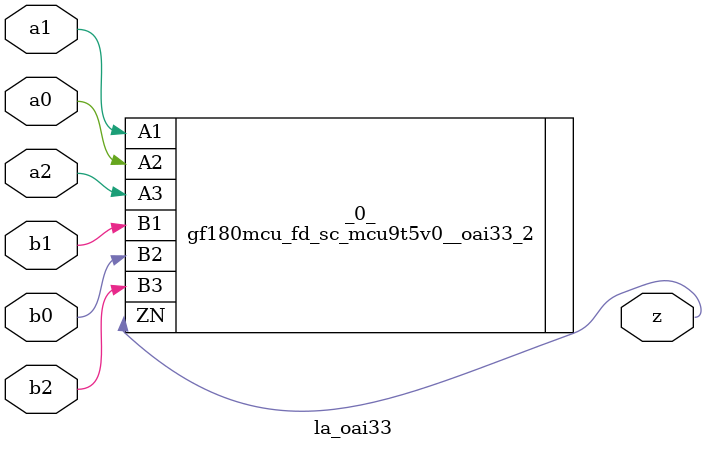
<source format=v>

/* Generated by Yosys 0.37 (git sha1 a5c7f69ed, clang 14.0.0-1ubuntu1.1 -fPIC -Os) */

module la_oai33(a0, a1, a2, b0, b1, b2, z);
  input a0;
  wire a0;
  input a1;
  wire a1;
  input a2;
  wire a2;
  input b0;
  wire b0;
  input b1;
  wire b1;
  input b2;
  wire b2;
  output z;
  wire z;
  gf180mcu_fd_sc_mcu9t5v0__oai33_2 _0_ (
    .A1(a1),
    .A2(a0),
    .A3(a2),
    .B1(b1),
    .B2(b0),
    .B3(b2),
    .ZN(z)
  );
endmodule

</source>
